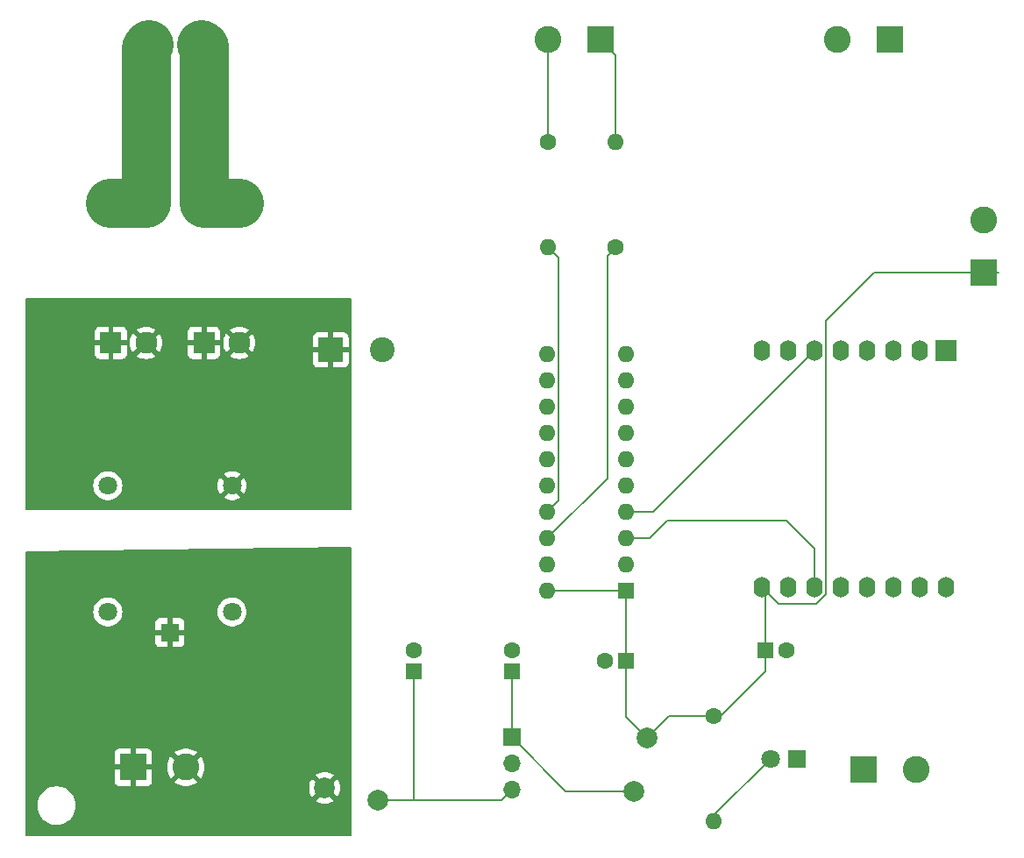
<source format=gbr>
%TF.GenerationSoftware,KiCad,Pcbnew,8.0.6*%
%TF.CreationDate,2025-01-17T19:16:01+01:00*%
%TF.ProjectId,pcb,7063622e-6b69-4636-9164-5f7063625858,rev?*%
%TF.SameCoordinates,Original*%
%TF.FileFunction,Copper,L1,Top*%
%TF.FilePolarity,Positive*%
%FSLAX46Y46*%
G04 Gerber Fmt 4.6, Leading zero omitted, Abs format (unit mm)*
G04 Created by KiCad (PCBNEW 8.0.6) date 2025-01-17 19:16:01*
%MOMM*%
%LPD*%
G01*
G04 APERTURE LIST*
%TA.AperFunction,ComponentPad*%
%ADD10R,1.600000X1.600000*%
%TD*%
%TA.AperFunction,ComponentPad*%
%ADD11C,1.600000*%
%TD*%
%TA.AperFunction,ComponentPad*%
%ADD12R,2.600000X2.600000*%
%TD*%
%TA.AperFunction,ComponentPad*%
%ADD13C,2.600000*%
%TD*%
%TA.AperFunction,ComponentPad*%
%ADD14C,2.010000*%
%TD*%
%TA.AperFunction,ComponentPad*%
%ADD15O,1.600000X1.600000*%
%TD*%
%TA.AperFunction,ComponentPad*%
%ADD16R,2.108200X2.108200*%
%TD*%
%TA.AperFunction,ComponentPad*%
%ADD17C,2.108200*%
%TD*%
%TA.AperFunction,ComponentPad*%
%ADD18R,1.803400X1.803400*%
%TD*%
%TA.AperFunction,ComponentPad*%
%ADD19C,1.803400*%
%TD*%
%TA.AperFunction,ComponentPad*%
%ADD20R,2.400000X2.400000*%
%TD*%
%TA.AperFunction,ComponentPad*%
%ADD21C,2.400000*%
%TD*%
%TA.AperFunction,ComponentPad*%
%ADD22R,1.700000X1.700000*%
%TD*%
%TA.AperFunction,ComponentPad*%
%ADD23O,1.700000X1.700000*%
%TD*%
%TA.AperFunction,ComponentPad*%
%ADD24R,2.000000X2.000000*%
%TD*%
%TA.AperFunction,ComponentPad*%
%ADD25O,1.600000X2.000000*%
%TD*%
%TA.AperFunction,ComponentPad*%
%ADD26R,1.800000X1.800000*%
%TD*%
%TA.AperFunction,ComponentPad*%
%ADD27C,1.800000*%
%TD*%
%TA.AperFunction,Conductor*%
%ADD28C,0.200000*%
%TD*%
%TA.AperFunction,Conductor*%
%ADD29C,4.700000*%
%TD*%
G04 APERTURE END LIST*
D10*
%TO.P,C4,1*%
%TO.N,+5VD*%
X192000000Y-106500000D03*
D11*
%TO.P,C4,2*%
%TO.N,GND*%
X194000000Y-106500000D03*
%TD*%
D12*
%TO.P,J4,1,Pin_1*%
%TO.N,+5VD*%
X213000000Y-70000000D03*
D13*
%TO.P,J4,2,Pin_2*%
%TO.N,GND*%
X213000000Y-64920000D03*
%TD*%
D12*
%TO.P,J1,1,Pin_1*%
%TO.N,Net-(J4-Pin_1)*%
X137545000Y-48000000D03*
D13*
%TO.P,J1,2,Pin_2*%
%TO.N,Net-(J4-Pin_2)*%
X132465000Y-48000000D03*
%TD*%
D12*
%TO.P,J3,1,Pin_1*%
%TO.N,GND*%
X204000000Y-47500000D03*
D13*
%TO.P,J3,2,Pin_2*%
X198920000Y-47500000D03*
%TD*%
D14*
%TO.P,F3,1*%
%TO.N,Net-(J9-Pin_3)*%
X154500000Y-121000000D03*
%TO.P,F3,2*%
%TO.N,+24V*%
X149400000Y-119800000D03*
%TD*%
D11*
%TO.P,R3,1*%
%TO.N,+5VD*%
X187000000Y-112840000D03*
D15*
%TO.P,R3,2*%
%TO.N,Net-(D1-A)*%
X187000000Y-123000000D03*
%TD*%
D16*
%TO.P,F2,1,1*%
%TO.N,+24V after Relay*%
X137753200Y-76805000D03*
D17*
%TO.P,F2,2,2*%
X141156800Y-76805000D03*
%TO.P,F2,3,3*%
%TO.N,Net-(J4-Pin_1)*%
X141156800Y-63343000D03*
%TO.P,F2,4,4*%
X137753200Y-63343000D03*
%TD*%
D18*
%TO.P,K1,1,1*%
%TO.N,+24V*%
X134455001Y-104805001D03*
D19*
%TO.P,K1,2,2*%
%TO.N,Net-(U2-B2)*%
X140455000Y-102805000D03*
%TO.P,K1,3,3*%
%TO.N,+24V after Relay*%
X140455000Y-90605802D03*
%TO.P,K1,4,4*%
%TO.N,unconnected-(K1-Pad4)*%
X128455002Y-90605802D03*
%TO.P,K1,5,5*%
%TO.N,GND*%
X128455002Y-102805000D03*
%TD*%
D11*
%TO.P,R1,1*%
%TO.N,Net-(J7-Pin_2)*%
X171000000Y-57420000D03*
D15*
%TO.P,R1,2*%
%TO.N,Net-(U2-B1)*%
X171000000Y-67580000D03*
%TD*%
D14*
%TO.P,F4,1*%
%TO.N,Net-(J9-Pin_1)*%
X179300000Y-120100000D03*
%TO.P,F4,2*%
%TO.N,+5VD*%
X180500000Y-115000000D03*
%TD*%
D11*
%TO.P,C2,2*%
%TO.N,GND*%
X167500000Y-106500000D03*
D10*
%TO.P,C2,1*%
%TO.N,Net-(J9-Pin_1)*%
X167500000Y-108500000D03*
%TD*%
D20*
%TO.P,C1,1*%
%TO.N,+24V after Relay*%
X150000000Y-77500000D03*
D21*
%TO.P,C1,2*%
%TO.N,GND*%
X155000000Y-77500000D03*
%TD*%
D11*
%TO.P,R2,1*%
%TO.N,Net-(U2-B0)*%
X177500000Y-67580000D03*
D15*
%TO.P,R2,2*%
%TO.N,Net-(J7-Pin_1)*%
X177500000Y-57420000D03*
%TD*%
D10*
%TO.P,U2,1,A->B*%
%TO.N,+5VD*%
X178500000Y-100780000D03*
D15*
%TO.P,U2,2,A0*%
%TO.N,Net-(U1-TX)*%
X178500000Y-98240000D03*
%TO.P,U2,3,A1*%
%TO.N,Net-(U1-D4)*%
X178500000Y-95700000D03*
%TO.P,U2,4,A2*%
%TO.N,Net-(U1-MOSI{slash}D7)*%
X178500000Y-93160000D03*
%TO.P,U2,5,A3*%
%TO.N,unconnected-(U2-A3-Pad5)*%
X178500000Y-90620000D03*
%TO.P,U2,6,A4*%
%TO.N,unconnected-(U2-A4-Pad6)*%
X178500000Y-88080000D03*
%TO.P,U2,7,A5*%
%TO.N,unconnected-(U2-A5-Pad7)*%
X178500000Y-85540000D03*
%TO.P,U2,8,A6*%
%TO.N,unconnected-(U2-A6-Pad8)*%
X178500000Y-83000000D03*
%TO.P,U2,9,A7*%
%TO.N,unconnected-(U2-A7-Pad9)*%
X178500000Y-80460000D03*
%TO.P,U2,10,GND*%
%TO.N,GND*%
X178500000Y-77920000D03*
%TO.P,U2,11,B7*%
%TO.N,unconnected-(U2-B7-Pad11)*%
X170880000Y-77920000D03*
%TO.P,U2,12,B6*%
%TO.N,unconnected-(U2-B6-Pad12)*%
X170880000Y-80460000D03*
%TO.P,U2,13,B5*%
%TO.N,unconnected-(U2-B5-Pad13)*%
X170880000Y-83000000D03*
%TO.P,U2,14,B4*%
%TO.N,unconnected-(U2-B4-Pad14)*%
X170880000Y-85540000D03*
%TO.P,U2,15,B3*%
%TO.N,unconnected-(U2-B3-Pad15)*%
X170880000Y-88080000D03*
%TO.P,U2,16,B2*%
%TO.N,Net-(U2-B2)*%
X170880000Y-90620000D03*
%TO.P,U2,17,B1*%
%TO.N,Net-(U2-B1)*%
X170880000Y-93160000D03*
%TO.P,U2,18,B0*%
%TO.N,Net-(U2-B0)*%
X170880000Y-95700000D03*
%TO.P,U2,19,CE*%
%TO.N,GND*%
X170880000Y-98240000D03*
%TO.P,U2,20,VCC*%
%TO.N,+5VD*%
X170880000Y-100780000D03*
%TD*%
D12*
%TO.P,J7,1,Pin_1*%
%TO.N,GND*%
X201455000Y-118000000D03*
D13*
%TO.P,J7,2,Pin_2*%
X206535000Y-118000000D03*
%TD*%
D22*
%TO.P,J6,1,Pin_1*%
%TO.N,Net-(J9-Pin_1)*%
X167500000Y-114920000D03*
D23*
%TO.P,J6,2,Pin_2*%
%TO.N,GND*%
X167500000Y-117460000D03*
%TO.P,J6,3,Pin_3*%
%TO.N,Net-(J9-Pin_3)*%
X167500000Y-120000000D03*
%TD*%
D24*
%TO.P,U1,1,~{RST}*%
%TO.N,unconnected-(U1-~{RST}-Pad1)*%
X209390000Y-77555000D03*
D25*
%TO.P,U1,2,A0*%
%TO.N,unconnected-(U1-A0-Pad2)*%
X206850000Y-77555000D03*
%TO.P,U1,3,D0*%
%TO.N,unconnected-(U1-D0-Pad3)*%
X204310000Y-77555000D03*
%TO.P,U1,4,SCK/D5*%
%TO.N,unconnected-(U1-SCK{slash}D5-Pad4)*%
X201770000Y-77555000D03*
%TO.P,U1,5,MISO/D6*%
%TO.N,unconnected-(U1-MISO{slash}D6-Pad5)*%
X199230000Y-77555000D03*
%TO.P,U1,6,MOSI/D7*%
%TO.N,Net-(U1-MOSI{slash}D7)*%
X196690000Y-77555000D03*
%TO.P,U1,7,CS/D8*%
%TO.N,unconnected-(U1-CS{slash}D8-Pad7)*%
X194150000Y-77555000D03*
%TO.P,U1,8,3V3*%
%TO.N,unconnected-(U1-3V3-Pad8)*%
X191610000Y-77555000D03*
%TO.P,U1,9,5V*%
%TO.N,+5VD*%
X191610000Y-100415000D03*
%TO.P,U1,10,GND*%
%TO.N,GND*%
X194150000Y-100415000D03*
%TO.P,U1,11,D4*%
%TO.N,Net-(U1-D4)*%
X196690000Y-100415000D03*
%TO.P,U1,12,D3*%
%TO.N,unconnected-(U1-D3-Pad12)*%
X199230000Y-100415000D03*
%TO.P,U1,13,SDA/D2*%
%TO.N,unconnected-(U1-SDA{slash}D2-Pad13)*%
X201770000Y-100415000D03*
%TO.P,U1,14,SCL/D1*%
%TO.N,unconnected-(U1-SCL{slash}D1-Pad14)*%
X204310000Y-100415000D03*
%TO.P,U1,15,RX*%
%TO.N,unconnected-(U1-RX-Pad15)*%
X206850000Y-100415000D03*
%TO.P,U1,16,TX*%
%TO.N,Net-(U1-TX)*%
X209390000Y-100415000D03*
%TD*%
D26*
%TO.P,D1,1,K*%
%TO.N,GND*%
X195000000Y-117000000D03*
D27*
%TO.P,D1,2,A*%
%TO.N,Net-(D1-A)*%
X192460000Y-117000000D03*
%TD*%
D10*
%TO.P,C5,1*%
%TO.N,Net-(J9-Pin_3)*%
X158000000Y-108500000D03*
D11*
%TO.P,C5,2*%
%TO.N,GND*%
X158000000Y-106500000D03*
%TD*%
D12*
%TO.P,J5,1,Pin_1*%
%TO.N,+24V*%
X130920000Y-117805000D03*
D13*
%TO.P,J5,2,Pin_2*%
X136000000Y-117805000D03*
%TD*%
D16*
%TO.P,F1,1,1*%
%TO.N,+24V after Relay*%
X128753200Y-76805000D03*
D17*
%TO.P,F1,2,2*%
X132156800Y-76805000D03*
%TO.P,F1,3,3*%
%TO.N,Net-(J4-Pin_2)*%
X132156800Y-63343000D03*
%TO.P,F1,4,4*%
X128753200Y-63343000D03*
%TD*%
D12*
%TO.P,J2,1,Pin_1*%
%TO.N,Net-(J7-Pin_1)*%
X176000000Y-47500000D03*
D13*
%TO.P,J2,2,Pin_2*%
%TO.N,Net-(J7-Pin_2)*%
X170920000Y-47500000D03*
%TD*%
D10*
%TO.P,C3,1*%
%TO.N,+5VD*%
X178455113Y-107500000D03*
D11*
%TO.P,C3,2*%
%TO.N,GND*%
X176455113Y-107500000D03*
%TD*%
D28*
%TO.N,+5VD*%
X213000000Y-70000000D02*
X202489365Y-70000000D01*
X202489365Y-70000000D02*
X197790000Y-74699365D01*
X197790000Y-74699365D02*
X197790000Y-101070635D01*
X197790000Y-101070635D02*
X196860635Y-102000000D01*
X196860635Y-102000000D02*
X193195000Y-102000000D01*
X193195000Y-102000000D02*
X191610000Y-100415000D01*
X213000000Y-70000000D02*
X214500000Y-70000000D01*
%TO.N,Net-(J9-Pin_3)*%
X167500000Y-120000000D02*
X166500000Y-121000000D01*
X166500000Y-121000000D02*
X158000000Y-121000000D01*
%TO.N,Net-(J9-Pin_1)*%
X167500000Y-108500000D02*
X167500000Y-114920000D01*
X179300000Y-120100000D02*
X172680000Y-120100000D01*
X172680000Y-120100000D02*
X167500000Y-114920000D01*
%TO.N,Net-(J9-Pin_3)*%
X154500000Y-121000000D02*
X158000000Y-121000000D01*
X158000000Y-109000000D02*
X158000000Y-121000000D01*
%TO.N,Net-(J7-Pin_2)*%
X171000000Y-57420000D02*
X171000000Y-47580000D01*
X171000000Y-47580000D02*
X170920000Y-47500000D01*
%TO.N,Net-(U2-B1)*%
X170880000Y-93160000D02*
X171980000Y-92060000D01*
X171980000Y-92060000D02*
X171980000Y-68560000D01*
X171980000Y-68560000D02*
X171000000Y-67580000D01*
D29*
%TO.N,Net-(J4-Pin_1)*%
X137753200Y-63343000D02*
X137753200Y-48208200D01*
X137753200Y-48208200D02*
X137545000Y-48000000D01*
X141156800Y-63343000D02*
X137753200Y-63343000D01*
%TO.N,Net-(J4-Pin_2)*%
X132156800Y-63343000D02*
X132156800Y-48308200D01*
X132156800Y-48308200D02*
X132465000Y-48000000D01*
X128753200Y-63343000D02*
X132156800Y-63343000D01*
D28*
%TO.N,+5VD*%
X178455113Y-107000000D02*
X178455113Y-112955113D01*
X178455113Y-112955113D02*
X180500000Y-115000000D01*
X178500000Y-100780000D02*
X178500000Y-101500000D01*
X178500000Y-101500000D02*
X178455113Y-101544887D01*
X178455113Y-101544887D02*
X178455113Y-107000000D01*
X192000000Y-106500000D02*
X192000000Y-103500000D01*
X192000000Y-103500000D02*
X192000000Y-100805000D01*
%TO.N,Net-(U1-D4)*%
X178500000Y-95700000D02*
X180800000Y-95700000D01*
X194000000Y-94000000D02*
X196690000Y-96690000D01*
X180800000Y-95700000D02*
X182500000Y-94000000D01*
X196690000Y-96690000D02*
X196690000Y-100415000D01*
X182500000Y-94000000D02*
X194000000Y-94000000D01*
%TO.N,+5VD*%
X192000000Y-100805000D02*
X191610000Y-100415000D01*
X192360635Y-106500000D02*
X192000000Y-106500000D01*
X187000000Y-112840000D02*
X187660000Y-112840000D01*
X182660000Y-112840000D02*
X180500000Y-115000000D01*
X170600000Y-100500000D02*
X170880000Y-100780000D01*
X187000000Y-112840000D02*
X182660000Y-112840000D01*
X192000000Y-108500000D02*
X192000000Y-106500000D01*
X187660000Y-112840000D02*
X192000000Y-108500000D01*
X170880000Y-100780000D02*
X178500000Y-100780000D01*
%TO.N,Net-(D1-A)*%
X192460000Y-117000000D02*
X187000000Y-122460000D01*
X187000000Y-122460000D02*
X187000000Y-123000000D01*
%TO.N,Net-(J7-Pin_1)*%
X177500000Y-57420000D02*
X177500000Y-49000000D01*
X177500000Y-49000000D02*
X176000000Y-47500000D01*
%TO.N,Net-(U2-B0)*%
X176700001Y-68379999D02*
X176700001Y-89879999D01*
X176700001Y-89879999D02*
X170880000Y-95700000D01*
X177500000Y-67580000D02*
X176700001Y-68379999D01*
%TO.N,Net-(U1-MOSI{slash}D7)*%
X196690000Y-77555000D02*
X181085000Y-93160000D01*
X181085000Y-93160000D02*
X178500000Y-93160000D01*
%TD*%
%TA.AperFunction,Conductor*%
%TO.N,+24V after Relay*%
G36*
X151943039Y-72519685D02*
G01*
X151988794Y-72572489D01*
X152000000Y-72624000D01*
X152000000Y-92876000D01*
X151980315Y-92943039D01*
X151927511Y-92988794D01*
X151876000Y-93000000D01*
X120624500Y-93000000D01*
X120557461Y-92980315D01*
X120511706Y-92927511D01*
X120500500Y-92876000D01*
X120500500Y-90605796D01*
X127047996Y-90605796D01*
X127047996Y-90605807D01*
X127067185Y-90837384D01*
X127124231Y-91062656D01*
X127217577Y-91275464D01*
X127301988Y-91404663D01*
X127344677Y-91470003D01*
X127502063Y-91640970D01*
X127502066Y-91640972D01*
X127502069Y-91640975D01*
X127685434Y-91783694D01*
X127685440Y-91783698D01*
X127685443Y-91783700D01*
X127889814Y-91894301D01*
X128109602Y-91969754D01*
X128338812Y-92008002D01*
X128571192Y-92008002D01*
X128800402Y-91969754D01*
X129020190Y-91894301D01*
X129224561Y-91783700D01*
X129225105Y-91783277D01*
X129286140Y-91735771D01*
X129407941Y-91640970D01*
X129565327Y-91470003D01*
X129692427Y-91275463D01*
X129785773Y-91062656D01*
X129842818Y-90837388D01*
X129862008Y-90605802D01*
X129862008Y-90605796D01*
X139048496Y-90605796D01*
X139048496Y-90605807D01*
X139067678Y-90837301D01*
X139124704Y-91062493D01*
X139218015Y-91275220D01*
X139302584Y-91404663D01*
X139855718Y-90851529D01*
X139881016Y-90912603D01*
X139951899Y-91018687D01*
X140042115Y-91108903D01*
X140148199Y-91179786D01*
X140209271Y-91205083D01*
X139654989Y-91759364D01*
X139654990Y-91759365D01*
X139685712Y-91783277D01*
X139685718Y-91783282D01*
X139890007Y-91893837D01*
X139890017Y-91893842D01*
X140109721Y-91969266D01*
X140338853Y-92007502D01*
X140571147Y-92007502D01*
X140800278Y-91969266D01*
X141019982Y-91893842D01*
X141019987Y-91893840D01*
X141224288Y-91783277D01*
X141255008Y-91759365D01*
X141255008Y-91759364D01*
X140700728Y-91205083D01*
X140761801Y-91179786D01*
X140867885Y-91108903D01*
X140958101Y-91018687D01*
X141028984Y-90912603D01*
X141054281Y-90851530D01*
X141607414Y-91404663D01*
X141691980Y-91275227D01*
X141691985Y-91275219D01*
X141785295Y-91062493D01*
X141842321Y-90837301D01*
X141861504Y-90605807D01*
X141861504Y-90605796D01*
X141842321Y-90374302D01*
X141785295Y-90149110D01*
X141691982Y-89936378D01*
X141607414Y-89806939D01*
X141054280Y-90360072D01*
X141028984Y-90299001D01*
X140958101Y-90192917D01*
X140867885Y-90102701D01*
X140761801Y-90031818D01*
X140700727Y-90006520D01*
X141255009Y-89452238D01*
X141255009Y-89452237D01*
X141224286Y-89428325D01*
X141224281Y-89428321D01*
X141019992Y-89317766D01*
X141019982Y-89317761D01*
X140800278Y-89242337D01*
X140571147Y-89204102D01*
X140338853Y-89204102D01*
X140109721Y-89242337D01*
X139890017Y-89317761D01*
X139890007Y-89317766D01*
X139685717Y-89428322D01*
X139685706Y-89428329D01*
X139654990Y-89452236D01*
X139654990Y-89452238D01*
X140209272Y-90006520D01*
X140148199Y-90031818D01*
X140042115Y-90102701D01*
X139951899Y-90192917D01*
X139881016Y-90299001D01*
X139855718Y-90360073D01*
X139302584Y-89806939D01*
X139218016Y-89936380D01*
X139124704Y-90149110D01*
X139067678Y-90374302D01*
X139048496Y-90605796D01*
X129862008Y-90605796D01*
X129842818Y-90374216D01*
X129785773Y-90148948D01*
X129692427Y-89936141D01*
X129565327Y-89741601D01*
X129407941Y-89570634D01*
X129407936Y-89570630D01*
X129407934Y-89570628D01*
X129224569Y-89427909D01*
X129224563Y-89427905D01*
X129020190Y-89317303D01*
X129020182Y-89317300D01*
X128800404Y-89241850D01*
X128571192Y-89203602D01*
X128338812Y-89203602D01*
X128109599Y-89241850D01*
X127889821Y-89317300D01*
X127889813Y-89317303D01*
X127685440Y-89427905D01*
X127685434Y-89427909D01*
X127502069Y-89570628D01*
X127502066Y-89570631D01*
X127344678Y-89741599D01*
X127344675Y-89741603D01*
X127217577Y-89936139D01*
X127124231Y-90148947D01*
X127067185Y-90374219D01*
X127047996Y-90605796D01*
X120500500Y-90605796D01*
X120500500Y-75703055D01*
X127199100Y-75703055D01*
X127199100Y-76555000D01*
X127990732Y-76555000D01*
X127983848Y-76571620D01*
X127953100Y-76726197D01*
X127953100Y-76883803D01*
X127983848Y-77038380D01*
X127990732Y-77055000D01*
X127199100Y-77055000D01*
X127199100Y-77906944D01*
X127205501Y-77966472D01*
X127205503Y-77966479D01*
X127255745Y-78101186D01*
X127255749Y-78101193D01*
X127341909Y-78216287D01*
X127341912Y-78216290D01*
X127457006Y-78302450D01*
X127457013Y-78302454D01*
X127591720Y-78352696D01*
X127591727Y-78352698D01*
X127651255Y-78359099D01*
X127651272Y-78359100D01*
X128503200Y-78359100D01*
X128503200Y-77567467D01*
X128519820Y-77574352D01*
X128674397Y-77605100D01*
X128832003Y-77605100D01*
X128986580Y-77574352D01*
X129003200Y-77567467D01*
X129003200Y-78359100D01*
X129855128Y-78359100D01*
X129855144Y-78359099D01*
X129914672Y-78352698D01*
X129914679Y-78352696D01*
X130049386Y-78302454D01*
X130049393Y-78302450D01*
X130164487Y-78216290D01*
X130164490Y-78216287D01*
X130250650Y-78101193D01*
X130250654Y-78101186D01*
X130300896Y-77966479D01*
X130300898Y-77966472D01*
X130307299Y-77906944D01*
X130307300Y-77906927D01*
X130307300Y-77055000D01*
X129515668Y-77055000D01*
X129522552Y-77038380D01*
X129553300Y-76883803D01*
X129553300Y-76805000D01*
X130597894Y-76805000D01*
X130617087Y-77048870D01*
X130674189Y-77286718D01*
X130674193Y-77286730D01*
X130767804Y-77512729D01*
X130892323Y-77715923D01*
X131440877Y-77167369D01*
X131447761Y-77183989D01*
X131535322Y-77315034D01*
X131646766Y-77426478D01*
X131777811Y-77514039D01*
X131794429Y-77520922D01*
X131245875Y-78069475D01*
X131245875Y-78069476D01*
X131449070Y-78193995D01*
X131675069Y-78287606D01*
X131675081Y-78287610D01*
X131912929Y-78344712D01*
X132156800Y-78363905D01*
X132400670Y-78344712D01*
X132638518Y-78287610D01*
X132638530Y-78287606D01*
X132864529Y-78193995D01*
X133067722Y-78069476D01*
X133067723Y-78069475D01*
X132519170Y-77520922D01*
X132535789Y-77514039D01*
X132666834Y-77426478D01*
X132778278Y-77315034D01*
X132865839Y-77183989D01*
X132872722Y-77167370D01*
X133421275Y-77715923D01*
X133421276Y-77715922D01*
X133545795Y-77512729D01*
X133639406Y-77286730D01*
X133639410Y-77286718D01*
X133696512Y-77048870D01*
X133715705Y-76805000D01*
X133696512Y-76561129D01*
X133639410Y-76323281D01*
X133639406Y-76323269D01*
X133545795Y-76097270D01*
X133421275Y-75894075D01*
X132872722Y-76442628D01*
X132865839Y-76426011D01*
X132778278Y-76294966D01*
X132666834Y-76183522D01*
X132535789Y-76095961D01*
X132519169Y-76089077D01*
X132905191Y-75703055D01*
X136199100Y-75703055D01*
X136199100Y-76555000D01*
X136990732Y-76555000D01*
X136983848Y-76571620D01*
X136953100Y-76726197D01*
X136953100Y-76883803D01*
X136983848Y-77038380D01*
X136990732Y-77055000D01*
X136199100Y-77055000D01*
X136199100Y-77906944D01*
X136205501Y-77966472D01*
X136205503Y-77966479D01*
X136255745Y-78101186D01*
X136255749Y-78101193D01*
X136341909Y-78216287D01*
X136341912Y-78216290D01*
X136457006Y-78302450D01*
X136457013Y-78302454D01*
X136591720Y-78352696D01*
X136591727Y-78352698D01*
X136651255Y-78359099D01*
X136651272Y-78359100D01*
X137503200Y-78359100D01*
X137503200Y-77567467D01*
X137519820Y-77574352D01*
X137674397Y-77605100D01*
X137832003Y-77605100D01*
X137986580Y-77574352D01*
X138003200Y-77567467D01*
X138003200Y-78359100D01*
X138855128Y-78359100D01*
X138855144Y-78359099D01*
X138914672Y-78352698D01*
X138914679Y-78352696D01*
X139049386Y-78302454D01*
X139049393Y-78302450D01*
X139164487Y-78216290D01*
X139164490Y-78216287D01*
X139250650Y-78101193D01*
X139250654Y-78101186D01*
X139300896Y-77966479D01*
X139300898Y-77966472D01*
X139307299Y-77906944D01*
X139307300Y-77906927D01*
X139307300Y-77055000D01*
X138515668Y-77055000D01*
X138522552Y-77038380D01*
X138553300Y-76883803D01*
X138553300Y-76805000D01*
X139597894Y-76805000D01*
X139617087Y-77048870D01*
X139674189Y-77286718D01*
X139674193Y-77286730D01*
X139767804Y-77512729D01*
X139892323Y-77715923D01*
X140440877Y-77167369D01*
X140447761Y-77183989D01*
X140535322Y-77315034D01*
X140646766Y-77426478D01*
X140777811Y-77514039D01*
X140794429Y-77520922D01*
X140245875Y-78069475D01*
X140245875Y-78069476D01*
X140449070Y-78193995D01*
X140675069Y-78287606D01*
X140675081Y-78287610D01*
X140912929Y-78344712D01*
X141156800Y-78363905D01*
X141400670Y-78344712D01*
X141638518Y-78287610D01*
X141638530Y-78287606D01*
X141864529Y-78193995D01*
X142067722Y-78069476D01*
X142067723Y-78069475D01*
X141519170Y-77520922D01*
X141535789Y-77514039D01*
X141666834Y-77426478D01*
X141778278Y-77315034D01*
X141865839Y-77183989D01*
X141872722Y-77167370D01*
X142421275Y-77715923D01*
X142421276Y-77715922D01*
X142545795Y-77512729D01*
X142639406Y-77286730D01*
X142639410Y-77286718D01*
X142696512Y-77048870D01*
X142715705Y-76805000D01*
X142696512Y-76561129D01*
X142639410Y-76323281D01*
X142639406Y-76323269D01*
X142609950Y-76252155D01*
X148300000Y-76252155D01*
X148300000Y-77250000D01*
X149451518Y-77250000D01*
X149440889Y-77268409D01*
X149400000Y-77421009D01*
X149400000Y-77578991D01*
X149440889Y-77731591D01*
X149451518Y-77750000D01*
X148300000Y-77750000D01*
X148300000Y-78747844D01*
X148306401Y-78807372D01*
X148306403Y-78807379D01*
X148356645Y-78942086D01*
X148356649Y-78942093D01*
X148442809Y-79057187D01*
X148442812Y-79057190D01*
X148557906Y-79143350D01*
X148557913Y-79143354D01*
X148692620Y-79193596D01*
X148692627Y-79193598D01*
X148752155Y-79199999D01*
X148752172Y-79200000D01*
X149750000Y-79200000D01*
X149750000Y-78048482D01*
X149768409Y-78059111D01*
X149921009Y-78100000D01*
X150078991Y-78100000D01*
X150231591Y-78059111D01*
X150250000Y-78048482D01*
X150250000Y-79200000D01*
X151247828Y-79200000D01*
X151247844Y-79199999D01*
X151307372Y-79193598D01*
X151307379Y-79193596D01*
X151442086Y-79143354D01*
X151442093Y-79143350D01*
X151557187Y-79057190D01*
X151557190Y-79057187D01*
X151643350Y-78942093D01*
X151643354Y-78942086D01*
X151693596Y-78807379D01*
X151693598Y-78807372D01*
X151699999Y-78747844D01*
X151700000Y-78747827D01*
X151700000Y-77750000D01*
X150548482Y-77750000D01*
X150559111Y-77731591D01*
X150600000Y-77578991D01*
X150600000Y-77421009D01*
X150559111Y-77268409D01*
X150548482Y-77250000D01*
X151700000Y-77250000D01*
X151700000Y-76252172D01*
X151699999Y-76252155D01*
X151693598Y-76192627D01*
X151693596Y-76192620D01*
X151643354Y-76057913D01*
X151643350Y-76057906D01*
X151557190Y-75942812D01*
X151557187Y-75942809D01*
X151442093Y-75856649D01*
X151442086Y-75856645D01*
X151307379Y-75806403D01*
X151307372Y-75806401D01*
X151247844Y-75800000D01*
X150250000Y-75800000D01*
X150250000Y-76951517D01*
X150231591Y-76940889D01*
X150078991Y-76900000D01*
X149921009Y-76900000D01*
X149768409Y-76940889D01*
X149750000Y-76951517D01*
X149750000Y-75800000D01*
X148752155Y-75800000D01*
X148692627Y-75806401D01*
X148692620Y-75806403D01*
X148557913Y-75856645D01*
X148557906Y-75856649D01*
X148442812Y-75942809D01*
X148442809Y-75942812D01*
X148356649Y-76057906D01*
X148356645Y-76057913D01*
X148306403Y-76192620D01*
X148306401Y-76192627D01*
X148300000Y-76252155D01*
X142609950Y-76252155D01*
X142545795Y-76097270D01*
X142421275Y-75894075D01*
X141872722Y-76442628D01*
X141865839Y-76426011D01*
X141778278Y-76294966D01*
X141666834Y-76183522D01*
X141535789Y-76095961D01*
X141519169Y-76089077D01*
X142067723Y-75540523D01*
X141864529Y-75416004D01*
X141638530Y-75322393D01*
X141638518Y-75322389D01*
X141400670Y-75265287D01*
X141156800Y-75246094D01*
X140912929Y-75265287D01*
X140675081Y-75322389D01*
X140675069Y-75322393D01*
X140449070Y-75416004D01*
X140245875Y-75540523D01*
X140794429Y-76089077D01*
X140777811Y-76095961D01*
X140646766Y-76183522D01*
X140535322Y-76294966D01*
X140447761Y-76426011D01*
X140440877Y-76442629D01*
X139892323Y-75894075D01*
X139767804Y-76097270D01*
X139674193Y-76323269D01*
X139674189Y-76323281D01*
X139617087Y-76561129D01*
X139597894Y-76805000D01*
X138553300Y-76805000D01*
X138553300Y-76726197D01*
X138522552Y-76571620D01*
X138515668Y-76555000D01*
X139307300Y-76555000D01*
X139307300Y-75703072D01*
X139307299Y-75703055D01*
X139300898Y-75643527D01*
X139300896Y-75643520D01*
X139250654Y-75508813D01*
X139250650Y-75508806D01*
X139164490Y-75393712D01*
X139164487Y-75393709D01*
X139049393Y-75307549D01*
X139049386Y-75307545D01*
X138914679Y-75257303D01*
X138914672Y-75257301D01*
X138855144Y-75250900D01*
X138003200Y-75250900D01*
X138003200Y-76042532D01*
X137986580Y-76035648D01*
X137832003Y-76004900D01*
X137674397Y-76004900D01*
X137519820Y-76035648D01*
X137503200Y-76042532D01*
X137503200Y-75250900D01*
X136651255Y-75250900D01*
X136591727Y-75257301D01*
X136591720Y-75257303D01*
X136457013Y-75307545D01*
X136457006Y-75307549D01*
X136341912Y-75393709D01*
X136341909Y-75393712D01*
X136255749Y-75508806D01*
X136255745Y-75508813D01*
X136205503Y-75643520D01*
X136205501Y-75643527D01*
X136199100Y-75703055D01*
X132905191Y-75703055D01*
X133067723Y-75540523D01*
X132864529Y-75416004D01*
X132638530Y-75322393D01*
X132638518Y-75322389D01*
X132400670Y-75265287D01*
X132156800Y-75246094D01*
X131912929Y-75265287D01*
X131675081Y-75322389D01*
X131675069Y-75322393D01*
X131449070Y-75416004D01*
X131245875Y-75540523D01*
X131794429Y-76089077D01*
X131777811Y-76095961D01*
X131646766Y-76183522D01*
X131535322Y-76294966D01*
X131447761Y-76426011D01*
X131440877Y-76442629D01*
X130892323Y-75894075D01*
X130767804Y-76097270D01*
X130674193Y-76323269D01*
X130674189Y-76323281D01*
X130617087Y-76561129D01*
X130597894Y-76805000D01*
X129553300Y-76805000D01*
X129553300Y-76726197D01*
X129522552Y-76571620D01*
X129515668Y-76555000D01*
X130307300Y-76555000D01*
X130307300Y-75703072D01*
X130307299Y-75703055D01*
X130300898Y-75643527D01*
X130300896Y-75643520D01*
X130250654Y-75508813D01*
X130250650Y-75508806D01*
X130164490Y-75393712D01*
X130164487Y-75393709D01*
X130049393Y-75307549D01*
X130049386Y-75307545D01*
X129914679Y-75257303D01*
X129914672Y-75257301D01*
X129855144Y-75250900D01*
X129003200Y-75250900D01*
X129003200Y-76042532D01*
X128986580Y-76035648D01*
X128832003Y-76004900D01*
X128674397Y-76004900D01*
X128519820Y-76035648D01*
X128503200Y-76042532D01*
X128503200Y-75250900D01*
X127651255Y-75250900D01*
X127591727Y-75257301D01*
X127591720Y-75257303D01*
X127457013Y-75307545D01*
X127457006Y-75307549D01*
X127341912Y-75393709D01*
X127341909Y-75393712D01*
X127255749Y-75508806D01*
X127255745Y-75508813D01*
X127205503Y-75643520D01*
X127205501Y-75643527D01*
X127199100Y-75703055D01*
X120500500Y-75703055D01*
X120500500Y-72624000D01*
X120520185Y-72556961D01*
X120572989Y-72511206D01*
X120624500Y-72500000D01*
X151876000Y-72500000D01*
X151943039Y-72519685D01*
G37*
%TD.AperFunction*%
%TD*%
%TA.AperFunction,Conductor*%
%TO.N,+24V*%
G36*
X151941475Y-96520560D02*
G01*
X151988013Y-96572675D01*
X152000000Y-96625864D01*
X152000000Y-124375500D01*
X151980315Y-124442539D01*
X151927511Y-124488294D01*
X151876000Y-124499500D01*
X120624500Y-124499500D01*
X120557461Y-124479815D01*
X120511706Y-124427011D01*
X120500500Y-124375500D01*
X120500500Y-121378711D01*
X121649500Y-121378711D01*
X121649500Y-121621288D01*
X121681161Y-121861785D01*
X121743947Y-122096104D01*
X121836773Y-122320205D01*
X121836776Y-122320212D01*
X121958064Y-122530289D01*
X121958066Y-122530292D01*
X121958067Y-122530293D01*
X122105733Y-122722736D01*
X122105739Y-122722743D01*
X122277256Y-122894260D01*
X122277262Y-122894265D01*
X122469711Y-123041936D01*
X122679788Y-123163224D01*
X122903900Y-123256054D01*
X123138211Y-123318838D01*
X123318586Y-123342584D01*
X123378711Y-123350500D01*
X123378712Y-123350500D01*
X123621289Y-123350500D01*
X123669388Y-123344167D01*
X123861789Y-123318838D01*
X124096100Y-123256054D01*
X124320212Y-123163224D01*
X124530289Y-123041936D01*
X124722738Y-122894265D01*
X124894265Y-122722738D01*
X125041936Y-122530289D01*
X125163224Y-122320212D01*
X125256054Y-122096100D01*
X125318838Y-121861789D01*
X125350500Y-121621288D01*
X125350500Y-121378712D01*
X125318838Y-121138211D01*
X125256054Y-120903900D01*
X125163224Y-120679788D01*
X125041936Y-120469711D01*
X124894265Y-120277262D01*
X124894260Y-120277256D01*
X124722743Y-120105739D01*
X124722736Y-120105733D01*
X124530293Y-119958067D01*
X124530292Y-119958066D01*
X124530289Y-119958064D01*
X124320212Y-119836776D01*
X124320205Y-119836773D01*
X124231427Y-119800000D01*
X147890346Y-119800000D01*
X147908931Y-120036156D01*
X147964235Y-120266512D01*
X147964238Y-120266520D01*
X148054885Y-120485365D01*
X148054887Y-120485368D01*
X148171228Y-120675218D01*
X148912954Y-119933492D01*
X148929415Y-119994923D01*
X148995899Y-120110078D01*
X149089922Y-120204101D01*
X149205077Y-120270585D01*
X149266507Y-120287045D01*
X148524780Y-121028770D01*
X148524780Y-121028771D01*
X148714631Y-121145112D01*
X148714634Y-121145114D01*
X148933479Y-121235761D01*
X148933487Y-121235764D01*
X149163843Y-121291068D01*
X149400000Y-121309653D01*
X149636156Y-121291068D01*
X149866512Y-121235764D01*
X149866520Y-121235761D01*
X150085365Y-121145114D01*
X150085368Y-121145112D01*
X150275217Y-121028771D01*
X150275218Y-121028770D01*
X149533492Y-120287045D01*
X149594923Y-120270585D01*
X149710078Y-120204101D01*
X149804101Y-120110078D01*
X149870585Y-119994923D01*
X149887045Y-119933493D01*
X150628770Y-120675218D01*
X150628771Y-120675217D01*
X150745112Y-120485368D01*
X150745114Y-120485365D01*
X150835761Y-120266520D01*
X150835764Y-120266512D01*
X150891068Y-120036156D01*
X150909653Y-119800000D01*
X150891068Y-119563843D01*
X150835764Y-119333487D01*
X150835761Y-119333479D01*
X150745114Y-119114634D01*
X150745112Y-119114631D01*
X150628770Y-118924780D01*
X149887045Y-119666506D01*
X149870585Y-119605077D01*
X149804101Y-119489922D01*
X149710078Y-119395899D01*
X149594923Y-119329415D01*
X149533492Y-119312954D01*
X150275218Y-118571228D01*
X150085368Y-118454887D01*
X150085365Y-118454885D01*
X149866520Y-118364238D01*
X149866512Y-118364235D01*
X149636156Y-118308931D01*
X149400000Y-118290346D01*
X149163843Y-118308931D01*
X148933487Y-118364235D01*
X148933479Y-118364238D01*
X148714634Y-118454885D01*
X148714631Y-118454887D01*
X148524780Y-118571228D01*
X149266507Y-119312954D01*
X149205077Y-119329415D01*
X149089922Y-119395899D01*
X148995899Y-119489922D01*
X148929415Y-119605077D01*
X148912954Y-119666506D01*
X148171228Y-118924780D01*
X148054887Y-119114631D01*
X148054885Y-119114634D01*
X147964238Y-119333479D01*
X147964235Y-119333487D01*
X147908931Y-119563843D01*
X147890346Y-119800000D01*
X124231427Y-119800000D01*
X124096104Y-119743947D01*
X123861785Y-119681161D01*
X123621289Y-119649500D01*
X123621288Y-119649500D01*
X123378712Y-119649500D01*
X123378711Y-119649500D01*
X123138214Y-119681161D01*
X122903895Y-119743947D01*
X122679794Y-119836773D01*
X122679785Y-119836777D01*
X122469706Y-119958067D01*
X122277263Y-120105733D01*
X122277256Y-120105739D01*
X122105739Y-120277256D01*
X122105733Y-120277263D01*
X121958067Y-120469706D01*
X121836777Y-120679785D01*
X121836773Y-120679794D01*
X121743947Y-120903895D01*
X121681161Y-121138214D01*
X121649500Y-121378711D01*
X120500500Y-121378711D01*
X120500500Y-116457155D01*
X129120000Y-116457155D01*
X129120000Y-117555000D01*
X130319999Y-117555000D01*
X130294979Y-117615402D01*
X130270000Y-117740981D01*
X130270000Y-117869019D01*
X130294979Y-117994598D01*
X130319999Y-118055000D01*
X129120000Y-118055000D01*
X129120000Y-119152844D01*
X129126401Y-119212372D01*
X129126403Y-119212379D01*
X129176645Y-119347086D01*
X129176649Y-119347093D01*
X129262809Y-119462187D01*
X129262812Y-119462190D01*
X129377906Y-119548350D01*
X129377913Y-119548354D01*
X129512620Y-119598596D01*
X129512627Y-119598598D01*
X129572155Y-119604999D01*
X129572172Y-119605000D01*
X130670000Y-119605000D01*
X130670000Y-118405001D01*
X130730402Y-118430021D01*
X130855981Y-118455000D01*
X130984019Y-118455000D01*
X131109598Y-118430021D01*
X131170000Y-118405001D01*
X131170000Y-119605000D01*
X132267828Y-119605000D01*
X132267844Y-119604999D01*
X132327372Y-119598598D01*
X132327379Y-119598596D01*
X132462086Y-119548354D01*
X132462093Y-119548350D01*
X132577187Y-119462190D01*
X132577190Y-119462187D01*
X132663350Y-119347093D01*
X132663354Y-119347086D01*
X132713596Y-119212379D01*
X132713598Y-119212372D01*
X132719999Y-119152844D01*
X132720000Y-119152827D01*
X132720000Y-118055000D01*
X131520001Y-118055000D01*
X131545021Y-117994598D01*
X131570000Y-117869019D01*
X131570000Y-117804995D01*
X134194953Y-117804995D01*
X134194953Y-117805004D01*
X134215113Y-118074026D01*
X134215113Y-118074028D01*
X134275142Y-118337033D01*
X134275148Y-118337052D01*
X134373709Y-118588181D01*
X134373708Y-118588181D01*
X134508602Y-118821822D01*
X134562294Y-118889151D01*
X134562295Y-118889151D01*
X135398958Y-118052488D01*
X135423978Y-118112890D01*
X135495112Y-118219351D01*
X135585649Y-118309888D01*
X135692110Y-118381022D01*
X135752510Y-118406041D01*
X134914848Y-119243702D01*
X135097483Y-119368220D01*
X135097485Y-119368221D01*
X135340539Y-119485269D01*
X135340537Y-119485269D01*
X135598337Y-119564790D01*
X135598343Y-119564792D01*
X135865101Y-119604999D01*
X135865110Y-119605000D01*
X136134890Y-119605000D01*
X136134898Y-119604999D01*
X136401656Y-119564792D01*
X136401662Y-119564790D01*
X136659461Y-119485269D01*
X136902521Y-119368218D01*
X137085150Y-119243702D01*
X136247488Y-118406041D01*
X136307890Y-118381022D01*
X136414351Y-118309888D01*
X136504888Y-118219351D01*
X136576022Y-118112890D01*
X136601041Y-118052488D01*
X137437703Y-118889151D01*
X137437704Y-118889150D01*
X137491393Y-118821828D01*
X137491400Y-118821817D01*
X137626290Y-118588181D01*
X137724851Y-118337052D01*
X137724857Y-118337033D01*
X137784886Y-118074028D01*
X137784886Y-118074026D01*
X137805047Y-117805004D01*
X137805047Y-117804995D01*
X137784886Y-117535973D01*
X137784886Y-117535971D01*
X137724857Y-117272966D01*
X137724851Y-117272947D01*
X137626290Y-117021818D01*
X137626291Y-117021818D01*
X137491397Y-116788177D01*
X137437704Y-116720847D01*
X136601041Y-117557510D01*
X136576022Y-117497110D01*
X136504888Y-117390649D01*
X136414351Y-117300112D01*
X136307890Y-117228978D01*
X136247488Y-117203958D01*
X137085150Y-116366296D01*
X136902517Y-116241779D01*
X136902516Y-116241778D01*
X136659460Y-116124730D01*
X136659462Y-116124730D01*
X136401662Y-116045209D01*
X136401656Y-116045207D01*
X136134898Y-116005000D01*
X135865101Y-116005000D01*
X135598343Y-116045207D01*
X135598337Y-116045209D01*
X135340538Y-116124730D01*
X135097485Y-116241778D01*
X135097476Y-116241783D01*
X134914848Y-116366296D01*
X135752511Y-117203958D01*
X135692110Y-117228978D01*
X135585649Y-117300112D01*
X135495112Y-117390649D01*
X135423978Y-117497110D01*
X135398958Y-117557511D01*
X134562295Y-116720848D01*
X134508600Y-116788180D01*
X134373709Y-117021818D01*
X134275148Y-117272947D01*
X134275142Y-117272966D01*
X134215113Y-117535971D01*
X134215113Y-117535973D01*
X134194953Y-117804995D01*
X131570000Y-117804995D01*
X131570000Y-117740981D01*
X131545021Y-117615402D01*
X131520001Y-117555000D01*
X132720000Y-117555000D01*
X132720000Y-116457172D01*
X132719999Y-116457155D01*
X132713598Y-116397627D01*
X132713596Y-116397620D01*
X132663354Y-116262913D01*
X132663350Y-116262906D01*
X132577190Y-116147812D01*
X132577187Y-116147809D01*
X132462093Y-116061649D01*
X132462086Y-116061645D01*
X132327379Y-116011403D01*
X132327372Y-116011401D01*
X132267844Y-116005000D01*
X131170000Y-116005000D01*
X131170000Y-117204998D01*
X131109598Y-117179979D01*
X130984019Y-117155000D01*
X130855981Y-117155000D01*
X130730402Y-117179979D01*
X130670000Y-117204998D01*
X130670000Y-116005000D01*
X129572155Y-116005000D01*
X129512627Y-116011401D01*
X129512620Y-116011403D01*
X129377913Y-116061645D01*
X129377906Y-116061649D01*
X129262812Y-116147809D01*
X129262809Y-116147812D01*
X129176649Y-116262906D01*
X129176645Y-116262913D01*
X129126403Y-116397620D01*
X129126401Y-116397627D01*
X129120000Y-116457155D01*
X120500500Y-116457155D01*
X120500500Y-102804994D01*
X127047996Y-102804994D01*
X127047996Y-102805005D01*
X127067185Y-103036582D01*
X127124231Y-103261854D01*
X127217577Y-103474662D01*
X127264257Y-103546110D01*
X127344677Y-103669201D01*
X127502063Y-103840168D01*
X127502066Y-103840170D01*
X127502069Y-103840173D01*
X127685434Y-103982892D01*
X127685440Y-103982896D01*
X127685443Y-103982898D01*
X127889814Y-104093499D01*
X128109602Y-104168952D01*
X128338812Y-104207200D01*
X128571192Y-104207200D01*
X128800402Y-104168952D01*
X129020190Y-104093499D01*
X129224561Y-103982898D01*
X129388299Y-103855456D01*
X133053301Y-103855456D01*
X133053301Y-104555001D01*
X133857489Y-104555001D01*
X133832192Y-104616074D01*
X133807301Y-104741208D01*
X133807301Y-104868794D01*
X133832192Y-104993928D01*
X133857489Y-105055001D01*
X133053301Y-105055001D01*
X133053301Y-105754545D01*
X133059702Y-105814073D01*
X133059704Y-105814080D01*
X133109946Y-105948787D01*
X133109950Y-105948794D01*
X133196110Y-106063888D01*
X133196113Y-106063891D01*
X133311207Y-106150051D01*
X133311214Y-106150055D01*
X133445921Y-106200297D01*
X133445928Y-106200299D01*
X133505456Y-106206700D01*
X133505473Y-106206701D01*
X134205001Y-106206701D01*
X134205001Y-105402512D01*
X134266074Y-105427810D01*
X134391208Y-105452701D01*
X134518794Y-105452701D01*
X134643928Y-105427810D01*
X134705001Y-105402512D01*
X134705001Y-106206701D01*
X135404529Y-106206701D01*
X135404545Y-106206700D01*
X135464073Y-106200299D01*
X135464080Y-106200297D01*
X135598787Y-106150055D01*
X135598794Y-106150051D01*
X135713888Y-106063891D01*
X135713891Y-106063888D01*
X135800051Y-105948794D01*
X135800055Y-105948787D01*
X135850297Y-105814080D01*
X135850299Y-105814073D01*
X135856700Y-105754545D01*
X135856701Y-105754528D01*
X135856701Y-105055001D01*
X135052513Y-105055001D01*
X135077810Y-104993928D01*
X135102701Y-104868794D01*
X135102701Y-104741208D01*
X135077810Y-104616074D01*
X135052513Y-104555001D01*
X135856701Y-104555001D01*
X135856701Y-103855473D01*
X135856700Y-103855456D01*
X135850299Y-103795928D01*
X135850297Y-103795921D01*
X135800055Y-103661214D01*
X135800051Y-103661207D01*
X135713891Y-103546113D01*
X135713888Y-103546110D01*
X135598794Y-103459950D01*
X135598787Y-103459946D01*
X135464080Y-103409704D01*
X135464073Y-103409702D01*
X135404545Y-103403301D01*
X134705001Y-103403301D01*
X134705001Y-104207489D01*
X134643928Y-104182192D01*
X134518794Y-104157301D01*
X134391208Y-104157301D01*
X134266074Y-104182192D01*
X134205001Y-104207489D01*
X134205001Y-103403301D01*
X133505456Y-103403301D01*
X133445928Y-103409702D01*
X133445921Y-103409704D01*
X133311214Y-103459946D01*
X133311207Y-103459950D01*
X133196113Y-103546110D01*
X133196110Y-103546113D01*
X133109950Y-103661207D01*
X133109946Y-103661214D01*
X133059704Y-103795921D01*
X133059702Y-103795928D01*
X133053301Y-103855456D01*
X129388299Y-103855456D01*
X129407941Y-103840168D01*
X129565327Y-103669201D01*
X129692427Y-103474661D01*
X129785773Y-103261854D01*
X129842818Y-103036586D01*
X129862008Y-102805000D01*
X129862008Y-102804994D01*
X139047994Y-102804994D01*
X139047994Y-102805005D01*
X139067183Y-103036582D01*
X139124229Y-103261854D01*
X139217575Y-103474662D01*
X139264255Y-103546110D01*
X139344675Y-103669201D01*
X139502061Y-103840168D01*
X139502064Y-103840170D01*
X139502067Y-103840173D01*
X139685432Y-103982892D01*
X139685438Y-103982896D01*
X139685441Y-103982898D01*
X139889812Y-104093499D01*
X140109600Y-104168952D01*
X140338810Y-104207200D01*
X140571190Y-104207200D01*
X140800400Y-104168952D01*
X141020188Y-104093499D01*
X141224559Y-103982898D01*
X141407939Y-103840168D01*
X141565325Y-103669201D01*
X141692425Y-103474661D01*
X141785771Y-103261854D01*
X141842816Y-103036586D01*
X141862006Y-102805000D01*
X141842816Y-102573414D01*
X141785771Y-102348146D01*
X141692425Y-102135339D01*
X141565325Y-101940799D01*
X141407939Y-101769832D01*
X141407934Y-101769828D01*
X141407932Y-101769826D01*
X141224567Y-101627107D01*
X141224561Y-101627103D01*
X141020188Y-101516501D01*
X141020180Y-101516498D01*
X140800402Y-101441048D01*
X140571190Y-101402800D01*
X140338810Y-101402800D01*
X140109597Y-101441048D01*
X139889819Y-101516498D01*
X139889811Y-101516501D01*
X139685438Y-101627103D01*
X139685432Y-101627107D01*
X139502067Y-101769826D01*
X139502064Y-101769829D01*
X139344676Y-101940797D01*
X139344673Y-101940801D01*
X139217575Y-102135337D01*
X139124229Y-102348145D01*
X139067183Y-102573417D01*
X139047994Y-102804994D01*
X129862008Y-102804994D01*
X129842818Y-102573414D01*
X129785773Y-102348146D01*
X129692427Y-102135339D01*
X129565327Y-101940799D01*
X129407941Y-101769832D01*
X129407936Y-101769828D01*
X129407934Y-101769826D01*
X129224569Y-101627107D01*
X129224563Y-101627103D01*
X129020190Y-101516501D01*
X129020182Y-101516498D01*
X128800404Y-101441048D01*
X128571192Y-101402800D01*
X128338812Y-101402800D01*
X128109599Y-101441048D01*
X127889821Y-101516498D01*
X127889813Y-101516501D01*
X127685440Y-101627103D01*
X127685434Y-101627107D01*
X127502069Y-101769826D01*
X127502066Y-101769829D01*
X127344678Y-101940797D01*
X127344675Y-101940801D01*
X127217577Y-102135337D01*
X127124231Y-102348145D01*
X127067185Y-102573417D01*
X127047996Y-102804994D01*
X120500500Y-102804994D01*
X120500500Y-97092302D01*
X120520185Y-97025263D01*
X120572989Y-96979508D01*
X120622640Y-96968317D01*
X151874150Y-96501878D01*
X151941475Y-96520560D01*
G37*
%TD.AperFunction*%
%TD*%
M02*

</source>
